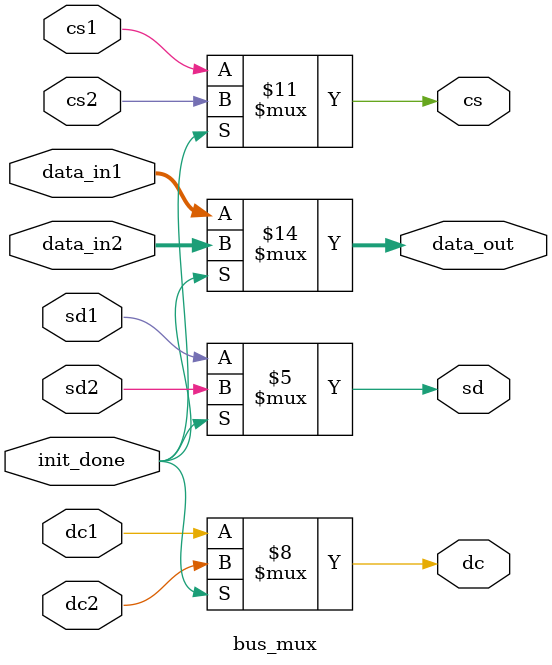
<source format=v>
 module bus_mux (
 input wire init_done,
 input wire [7:0] data_in1,
 input wire [7:0] data_in2,
 input wire cs1,
 input wire cs2,
 input wire dc1,
 input wire dc2,
 input wire sd1,
 input wire sd2,
 output reg [7:0] data_out = 8'b0,
 output reg cs,
 output reg dc,
 output reg sd
 );
 
 always @* begin
	 if (!init_done) begin
		data_out <= data_in1;
		cs <= cs1;
		dc <= dc1;
		sd <= sd1;
	 end
	 else begin
		data_out <= data_in2;
		cs <= cs2;
		dc <= dc2;
		sd <= sd2;
	 end
 end
 
 endmodule
</source>
